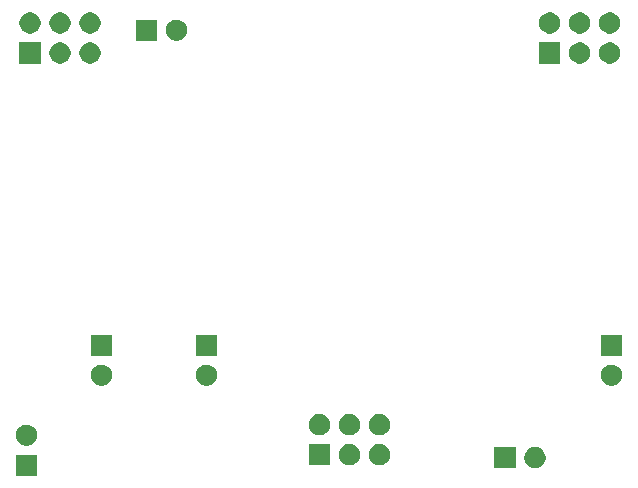
<source format=gbs>
G04 #@! TF.GenerationSoftware,KiCad,Pcbnew,5.1.5+dfsg1-2build2*
G04 #@! TF.CreationDate,2021-11-26T13:05:08+03:00*
G04 #@! TF.ProjectId,Mezonin,4d657a6f-6e69-46e2-9e6b-696361645f70,rev?*
G04 #@! TF.SameCoordinates,Original*
G04 #@! TF.FileFunction,Soldermask,Bot*
G04 #@! TF.FilePolarity,Negative*
%FSLAX46Y46*%
G04 Gerber Fmt 4.6, Leading zero omitted, Abs format (unit mm)*
G04 Created by KiCad (PCBNEW 5.1.5+dfsg1-2build2) date 2021-11-26 13:05:08*
%MOMM*%
%LPD*%
G04 APERTURE LIST*
%ADD10C,0.100000*%
G04 APERTURE END LIST*
D10*
G36*
X96362999Y-153441000D02*
G01*
X94560999Y-153441000D01*
X94560999Y-151639000D01*
X96362999Y-151639000D01*
X96362999Y-153441000D01*
G37*
G36*
X138628511Y-151008927D02*
G01*
X138777811Y-151038624D01*
X138941783Y-151106544D01*
X139089353Y-151205147D01*
X139214852Y-151330646D01*
X139313455Y-151478216D01*
X139381375Y-151642188D01*
X139415999Y-151816259D01*
X139415999Y-151993741D01*
X139381375Y-152167812D01*
X139313455Y-152331784D01*
X139214852Y-152479354D01*
X139089353Y-152604853D01*
X138941783Y-152703456D01*
X138777811Y-152771376D01*
X138628511Y-152801073D01*
X138603741Y-152806000D01*
X138426257Y-152806000D01*
X138401487Y-152801073D01*
X138252187Y-152771376D01*
X138088215Y-152703456D01*
X137940645Y-152604853D01*
X137815146Y-152479354D01*
X137716543Y-152331784D01*
X137648623Y-152167812D01*
X137613999Y-151993741D01*
X137613999Y-151816259D01*
X137648623Y-151642188D01*
X137716543Y-151478216D01*
X137815146Y-151330646D01*
X137940645Y-151205147D01*
X138088215Y-151106544D01*
X138252187Y-151038624D01*
X138401487Y-151008927D01*
X138426257Y-151004000D01*
X138603741Y-151004000D01*
X138628511Y-151008927D01*
G37*
G36*
X136875999Y-152806000D02*
G01*
X135073999Y-152806000D01*
X135073999Y-151004000D01*
X136875999Y-151004000D01*
X136875999Y-152806000D01*
G37*
G36*
X121167999Y-152551000D02*
G01*
X119365999Y-152551000D01*
X119365999Y-150749000D01*
X121167999Y-150749000D01*
X121167999Y-152551000D01*
G37*
G36*
X125460511Y-150753927D02*
G01*
X125609811Y-150783624D01*
X125773783Y-150851544D01*
X125921353Y-150950147D01*
X126046852Y-151075646D01*
X126145455Y-151223216D01*
X126213375Y-151387188D01*
X126247999Y-151561259D01*
X126247999Y-151738741D01*
X126213375Y-151912812D01*
X126145455Y-152076784D01*
X126046852Y-152224354D01*
X125921353Y-152349853D01*
X125773783Y-152448456D01*
X125609811Y-152516376D01*
X125460511Y-152546073D01*
X125435741Y-152551000D01*
X125258257Y-152551000D01*
X125233487Y-152546073D01*
X125084187Y-152516376D01*
X124920215Y-152448456D01*
X124772645Y-152349853D01*
X124647146Y-152224354D01*
X124548543Y-152076784D01*
X124480623Y-151912812D01*
X124445999Y-151738741D01*
X124445999Y-151561259D01*
X124480623Y-151387188D01*
X124548543Y-151223216D01*
X124647146Y-151075646D01*
X124772645Y-150950147D01*
X124920215Y-150851544D01*
X125084187Y-150783624D01*
X125233487Y-150753927D01*
X125258257Y-150749000D01*
X125435741Y-150749000D01*
X125460511Y-150753927D01*
G37*
G36*
X122920511Y-150753927D02*
G01*
X123069811Y-150783624D01*
X123233783Y-150851544D01*
X123381353Y-150950147D01*
X123506852Y-151075646D01*
X123605455Y-151223216D01*
X123673375Y-151387188D01*
X123707999Y-151561259D01*
X123707999Y-151738741D01*
X123673375Y-151912812D01*
X123605455Y-152076784D01*
X123506852Y-152224354D01*
X123381353Y-152349853D01*
X123233783Y-152448456D01*
X123069811Y-152516376D01*
X122920511Y-152546073D01*
X122895741Y-152551000D01*
X122718257Y-152551000D01*
X122693487Y-152546073D01*
X122544187Y-152516376D01*
X122380215Y-152448456D01*
X122232645Y-152349853D01*
X122107146Y-152224354D01*
X122008543Y-152076784D01*
X121940623Y-151912812D01*
X121905999Y-151738741D01*
X121905999Y-151561259D01*
X121940623Y-151387188D01*
X122008543Y-151223216D01*
X122107146Y-151075646D01*
X122232645Y-150950147D01*
X122380215Y-150851544D01*
X122544187Y-150783624D01*
X122693487Y-150753927D01*
X122718257Y-150749000D01*
X122895741Y-150749000D01*
X122920511Y-150753927D01*
G37*
G36*
X95575511Y-149103927D02*
G01*
X95724811Y-149133624D01*
X95888783Y-149201544D01*
X96036353Y-149300147D01*
X96161852Y-149425646D01*
X96260455Y-149573216D01*
X96328375Y-149737188D01*
X96358072Y-149886488D01*
X96362442Y-149908456D01*
X96362999Y-149911259D01*
X96362999Y-150088741D01*
X96328375Y-150262812D01*
X96260455Y-150426784D01*
X96161852Y-150574354D01*
X96036353Y-150699853D01*
X95888783Y-150798456D01*
X95724811Y-150866376D01*
X95575511Y-150896073D01*
X95550741Y-150901000D01*
X95373257Y-150901000D01*
X95348487Y-150896073D01*
X95199187Y-150866376D01*
X95035215Y-150798456D01*
X94887645Y-150699853D01*
X94762146Y-150574354D01*
X94663543Y-150426784D01*
X94595623Y-150262812D01*
X94560999Y-150088741D01*
X94560999Y-149911259D01*
X94561557Y-149908456D01*
X94565926Y-149886488D01*
X94595623Y-149737188D01*
X94663543Y-149573216D01*
X94762146Y-149425646D01*
X94887645Y-149300147D01*
X95035215Y-149201544D01*
X95199187Y-149133624D01*
X95348487Y-149103927D01*
X95373257Y-149099000D01*
X95550741Y-149099000D01*
X95575511Y-149103927D01*
G37*
G36*
X125460511Y-148213927D02*
G01*
X125609811Y-148243624D01*
X125773783Y-148311544D01*
X125921353Y-148410147D01*
X126046852Y-148535646D01*
X126145455Y-148683216D01*
X126213375Y-148847188D01*
X126243072Y-148996488D01*
X126247999Y-149021258D01*
X126247999Y-149198742D01*
X126243072Y-149223512D01*
X126213375Y-149372812D01*
X126145455Y-149536784D01*
X126046852Y-149684354D01*
X125921353Y-149809853D01*
X125773783Y-149908456D01*
X125609811Y-149976376D01*
X125460511Y-150006073D01*
X125435741Y-150011000D01*
X125258257Y-150011000D01*
X125233487Y-150006073D01*
X125084187Y-149976376D01*
X124920215Y-149908456D01*
X124772645Y-149809853D01*
X124647146Y-149684354D01*
X124548543Y-149536784D01*
X124480623Y-149372812D01*
X124450926Y-149223512D01*
X124445999Y-149198742D01*
X124445999Y-149021258D01*
X124450926Y-148996488D01*
X124480623Y-148847188D01*
X124548543Y-148683216D01*
X124647146Y-148535646D01*
X124772645Y-148410147D01*
X124920215Y-148311544D01*
X125084187Y-148243624D01*
X125233487Y-148213927D01*
X125258257Y-148209000D01*
X125435741Y-148209000D01*
X125460511Y-148213927D01*
G37*
G36*
X122920511Y-148213927D02*
G01*
X123069811Y-148243624D01*
X123233783Y-148311544D01*
X123381353Y-148410147D01*
X123506852Y-148535646D01*
X123605455Y-148683216D01*
X123673375Y-148847188D01*
X123703072Y-148996488D01*
X123707999Y-149021258D01*
X123707999Y-149198742D01*
X123703072Y-149223512D01*
X123673375Y-149372812D01*
X123605455Y-149536784D01*
X123506852Y-149684354D01*
X123381353Y-149809853D01*
X123233783Y-149908456D01*
X123069811Y-149976376D01*
X122920511Y-150006073D01*
X122895741Y-150011000D01*
X122718257Y-150011000D01*
X122693487Y-150006073D01*
X122544187Y-149976376D01*
X122380215Y-149908456D01*
X122232645Y-149809853D01*
X122107146Y-149684354D01*
X122008543Y-149536784D01*
X121940623Y-149372812D01*
X121910926Y-149223512D01*
X121905999Y-149198742D01*
X121905999Y-149021258D01*
X121910926Y-148996488D01*
X121940623Y-148847188D01*
X122008543Y-148683216D01*
X122107146Y-148535646D01*
X122232645Y-148410147D01*
X122380215Y-148311544D01*
X122544187Y-148243624D01*
X122693487Y-148213927D01*
X122718257Y-148209000D01*
X122895741Y-148209000D01*
X122920511Y-148213927D01*
G37*
G36*
X120380511Y-148213927D02*
G01*
X120529811Y-148243624D01*
X120693783Y-148311544D01*
X120841353Y-148410147D01*
X120966852Y-148535646D01*
X121065455Y-148683216D01*
X121133375Y-148847188D01*
X121163072Y-148996488D01*
X121167999Y-149021258D01*
X121167999Y-149198742D01*
X121163072Y-149223512D01*
X121133375Y-149372812D01*
X121065455Y-149536784D01*
X120966852Y-149684354D01*
X120841353Y-149809853D01*
X120693783Y-149908456D01*
X120529811Y-149976376D01*
X120380511Y-150006073D01*
X120355741Y-150011000D01*
X120178257Y-150011000D01*
X120153487Y-150006073D01*
X120004187Y-149976376D01*
X119840215Y-149908456D01*
X119692645Y-149809853D01*
X119567146Y-149684354D01*
X119468543Y-149536784D01*
X119400623Y-149372812D01*
X119370926Y-149223512D01*
X119365999Y-149198742D01*
X119365999Y-149021258D01*
X119370926Y-148996488D01*
X119400623Y-148847188D01*
X119468543Y-148683216D01*
X119567146Y-148535646D01*
X119692645Y-148410147D01*
X119840215Y-148311544D01*
X120004187Y-148243624D01*
X120153487Y-148213927D01*
X120178257Y-148209000D01*
X120355741Y-148209000D01*
X120380511Y-148213927D01*
G37*
G36*
X101925511Y-144023927D02*
G01*
X102074811Y-144053624D01*
X102238783Y-144121544D01*
X102386353Y-144220147D01*
X102511852Y-144345646D01*
X102610455Y-144493216D01*
X102678375Y-144657188D01*
X102712999Y-144831259D01*
X102712999Y-145008741D01*
X102678375Y-145182812D01*
X102610455Y-145346784D01*
X102511852Y-145494354D01*
X102386353Y-145619853D01*
X102238783Y-145718456D01*
X102074811Y-145786376D01*
X101925511Y-145816073D01*
X101900741Y-145821000D01*
X101723257Y-145821000D01*
X101698487Y-145816073D01*
X101549187Y-145786376D01*
X101385215Y-145718456D01*
X101237645Y-145619853D01*
X101112146Y-145494354D01*
X101013543Y-145346784D01*
X100945623Y-145182812D01*
X100910999Y-145008741D01*
X100910999Y-144831259D01*
X100945623Y-144657188D01*
X101013543Y-144493216D01*
X101112146Y-144345646D01*
X101237645Y-144220147D01*
X101385215Y-144121544D01*
X101549187Y-144053624D01*
X101698487Y-144023927D01*
X101723257Y-144019000D01*
X101900741Y-144019000D01*
X101925511Y-144023927D01*
G37*
G36*
X110815511Y-144023927D02*
G01*
X110964811Y-144053624D01*
X111128783Y-144121544D01*
X111276353Y-144220147D01*
X111401852Y-144345646D01*
X111500455Y-144493216D01*
X111568375Y-144657188D01*
X111602999Y-144831259D01*
X111602999Y-145008741D01*
X111568375Y-145182812D01*
X111500455Y-145346784D01*
X111401852Y-145494354D01*
X111276353Y-145619853D01*
X111128783Y-145718456D01*
X110964811Y-145786376D01*
X110815511Y-145816073D01*
X110790741Y-145821000D01*
X110613257Y-145821000D01*
X110588487Y-145816073D01*
X110439187Y-145786376D01*
X110275215Y-145718456D01*
X110127645Y-145619853D01*
X110002146Y-145494354D01*
X109903543Y-145346784D01*
X109835623Y-145182812D01*
X109800999Y-145008741D01*
X109800999Y-144831259D01*
X109835623Y-144657188D01*
X109903543Y-144493216D01*
X110002146Y-144345646D01*
X110127645Y-144220147D01*
X110275215Y-144121544D01*
X110439187Y-144053624D01*
X110588487Y-144023927D01*
X110613257Y-144019000D01*
X110790741Y-144019000D01*
X110815511Y-144023927D01*
G37*
G36*
X145105511Y-144023927D02*
G01*
X145254811Y-144053624D01*
X145418783Y-144121544D01*
X145566353Y-144220147D01*
X145691852Y-144345646D01*
X145790455Y-144493216D01*
X145858375Y-144657188D01*
X145892999Y-144831259D01*
X145892999Y-145008741D01*
X145858375Y-145182812D01*
X145790455Y-145346784D01*
X145691852Y-145494354D01*
X145566353Y-145619853D01*
X145418783Y-145718456D01*
X145254811Y-145786376D01*
X145105511Y-145816073D01*
X145080741Y-145821000D01*
X144903257Y-145821000D01*
X144878487Y-145816073D01*
X144729187Y-145786376D01*
X144565215Y-145718456D01*
X144417645Y-145619853D01*
X144292146Y-145494354D01*
X144193543Y-145346784D01*
X144125623Y-145182812D01*
X144090999Y-145008741D01*
X144090999Y-144831259D01*
X144125623Y-144657188D01*
X144193543Y-144493216D01*
X144292146Y-144345646D01*
X144417645Y-144220147D01*
X144565215Y-144121544D01*
X144729187Y-144053624D01*
X144878487Y-144023927D01*
X144903257Y-144019000D01*
X145080741Y-144019000D01*
X145105511Y-144023927D01*
G37*
G36*
X145892999Y-143281000D02*
G01*
X144090999Y-143281000D01*
X144090999Y-141479000D01*
X145892999Y-141479000D01*
X145892999Y-143281000D01*
G37*
G36*
X111602999Y-143281000D02*
G01*
X109800999Y-143281000D01*
X109800999Y-141479000D01*
X111602999Y-141479000D01*
X111602999Y-143281000D01*
G37*
G36*
X102712999Y-143281000D02*
G01*
X100910999Y-143281000D01*
X100910999Y-141479000D01*
X102712999Y-141479000D01*
X102712999Y-143281000D01*
G37*
G36*
X142420511Y-116753927D02*
G01*
X142569811Y-116783624D01*
X142733783Y-116851544D01*
X142881353Y-116950147D01*
X143006852Y-117075646D01*
X143105455Y-117223216D01*
X143173375Y-117387188D01*
X143207999Y-117561259D01*
X143207999Y-117738741D01*
X143173375Y-117912812D01*
X143105455Y-118076784D01*
X143006852Y-118224354D01*
X142881353Y-118349853D01*
X142733783Y-118448456D01*
X142569811Y-118516376D01*
X142420511Y-118546073D01*
X142395741Y-118551000D01*
X142218257Y-118551000D01*
X142193487Y-118546073D01*
X142044187Y-118516376D01*
X141880215Y-118448456D01*
X141732645Y-118349853D01*
X141607146Y-118224354D01*
X141508543Y-118076784D01*
X141440623Y-117912812D01*
X141405999Y-117738741D01*
X141405999Y-117561259D01*
X141440623Y-117387188D01*
X141508543Y-117223216D01*
X141607146Y-117075646D01*
X141732645Y-116950147D01*
X141880215Y-116851544D01*
X142044187Y-116783624D01*
X142193487Y-116753927D01*
X142218257Y-116749000D01*
X142395741Y-116749000D01*
X142420511Y-116753927D01*
G37*
G36*
X96667999Y-118551000D02*
G01*
X94865999Y-118551000D01*
X94865999Y-116749000D01*
X96667999Y-116749000D01*
X96667999Y-118551000D01*
G37*
G36*
X144960511Y-116753927D02*
G01*
X145109811Y-116783624D01*
X145273783Y-116851544D01*
X145421353Y-116950147D01*
X145546852Y-117075646D01*
X145645455Y-117223216D01*
X145713375Y-117387188D01*
X145747999Y-117561259D01*
X145747999Y-117738741D01*
X145713375Y-117912812D01*
X145645455Y-118076784D01*
X145546852Y-118224354D01*
X145421353Y-118349853D01*
X145273783Y-118448456D01*
X145109811Y-118516376D01*
X144960511Y-118546073D01*
X144935741Y-118551000D01*
X144758257Y-118551000D01*
X144733487Y-118546073D01*
X144584187Y-118516376D01*
X144420215Y-118448456D01*
X144272645Y-118349853D01*
X144147146Y-118224354D01*
X144048543Y-118076784D01*
X143980623Y-117912812D01*
X143945999Y-117738741D01*
X143945999Y-117561259D01*
X143980623Y-117387188D01*
X144048543Y-117223216D01*
X144147146Y-117075646D01*
X144272645Y-116950147D01*
X144420215Y-116851544D01*
X144584187Y-116783624D01*
X144733487Y-116753927D01*
X144758257Y-116749000D01*
X144935741Y-116749000D01*
X144960511Y-116753927D01*
G37*
G36*
X98420511Y-116753927D02*
G01*
X98569811Y-116783624D01*
X98733783Y-116851544D01*
X98881353Y-116950147D01*
X99006852Y-117075646D01*
X99105455Y-117223216D01*
X99173375Y-117387188D01*
X99207999Y-117561259D01*
X99207999Y-117738741D01*
X99173375Y-117912812D01*
X99105455Y-118076784D01*
X99006852Y-118224354D01*
X98881353Y-118349853D01*
X98733783Y-118448456D01*
X98569811Y-118516376D01*
X98420511Y-118546073D01*
X98395741Y-118551000D01*
X98218257Y-118551000D01*
X98193487Y-118546073D01*
X98044187Y-118516376D01*
X97880215Y-118448456D01*
X97732645Y-118349853D01*
X97607146Y-118224354D01*
X97508543Y-118076784D01*
X97440623Y-117912812D01*
X97405999Y-117738741D01*
X97405999Y-117561259D01*
X97440623Y-117387188D01*
X97508543Y-117223216D01*
X97607146Y-117075646D01*
X97732645Y-116950147D01*
X97880215Y-116851544D01*
X98044187Y-116783624D01*
X98193487Y-116753927D01*
X98218257Y-116749000D01*
X98395741Y-116749000D01*
X98420511Y-116753927D01*
G37*
G36*
X100960511Y-116753927D02*
G01*
X101109811Y-116783624D01*
X101273783Y-116851544D01*
X101421353Y-116950147D01*
X101546852Y-117075646D01*
X101645455Y-117223216D01*
X101713375Y-117387188D01*
X101747999Y-117561259D01*
X101747999Y-117738741D01*
X101713375Y-117912812D01*
X101645455Y-118076784D01*
X101546852Y-118224354D01*
X101421353Y-118349853D01*
X101273783Y-118448456D01*
X101109811Y-118516376D01*
X100960511Y-118546073D01*
X100935741Y-118551000D01*
X100758257Y-118551000D01*
X100733487Y-118546073D01*
X100584187Y-118516376D01*
X100420215Y-118448456D01*
X100272645Y-118349853D01*
X100147146Y-118224354D01*
X100048543Y-118076784D01*
X99980623Y-117912812D01*
X99945999Y-117738741D01*
X99945999Y-117561259D01*
X99980623Y-117387188D01*
X100048543Y-117223216D01*
X100147146Y-117075646D01*
X100272645Y-116950147D01*
X100420215Y-116851544D01*
X100584187Y-116783624D01*
X100733487Y-116753927D01*
X100758257Y-116749000D01*
X100935741Y-116749000D01*
X100960511Y-116753927D01*
G37*
G36*
X140667999Y-118551000D02*
G01*
X138865999Y-118551000D01*
X138865999Y-116749000D01*
X140667999Y-116749000D01*
X140667999Y-118551000D01*
G37*
G36*
X108275511Y-114813927D02*
G01*
X108424811Y-114843624D01*
X108588783Y-114911544D01*
X108736353Y-115010147D01*
X108861852Y-115135646D01*
X108960455Y-115283216D01*
X109028375Y-115447188D01*
X109062999Y-115621259D01*
X109062999Y-115798741D01*
X109028375Y-115972812D01*
X108960455Y-116136784D01*
X108861852Y-116284354D01*
X108736353Y-116409853D01*
X108588783Y-116508456D01*
X108424811Y-116576376D01*
X108275511Y-116606073D01*
X108250741Y-116611000D01*
X108073257Y-116611000D01*
X108048487Y-116606073D01*
X107899187Y-116576376D01*
X107735215Y-116508456D01*
X107587645Y-116409853D01*
X107462146Y-116284354D01*
X107363543Y-116136784D01*
X107295623Y-115972812D01*
X107260999Y-115798741D01*
X107260999Y-115621259D01*
X107295623Y-115447188D01*
X107363543Y-115283216D01*
X107462146Y-115135646D01*
X107587645Y-115010147D01*
X107735215Y-114911544D01*
X107899187Y-114843624D01*
X108048487Y-114813927D01*
X108073257Y-114809000D01*
X108250741Y-114809000D01*
X108275511Y-114813927D01*
G37*
G36*
X106522999Y-116611000D02*
G01*
X104720999Y-116611000D01*
X104720999Y-114809000D01*
X106522999Y-114809000D01*
X106522999Y-116611000D01*
G37*
G36*
X100960511Y-114213927D02*
G01*
X101109811Y-114243624D01*
X101273783Y-114311544D01*
X101421353Y-114410147D01*
X101546852Y-114535646D01*
X101645455Y-114683216D01*
X101713375Y-114847188D01*
X101747999Y-115021259D01*
X101747999Y-115198741D01*
X101713375Y-115372812D01*
X101645455Y-115536784D01*
X101546852Y-115684354D01*
X101421353Y-115809853D01*
X101273783Y-115908456D01*
X101109811Y-115976376D01*
X100960511Y-116006073D01*
X100935741Y-116011000D01*
X100758257Y-116011000D01*
X100733487Y-116006073D01*
X100584187Y-115976376D01*
X100420215Y-115908456D01*
X100272645Y-115809853D01*
X100147146Y-115684354D01*
X100048543Y-115536784D01*
X99980623Y-115372812D01*
X99945999Y-115198741D01*
X99945999Y-115021259D01*
X99980623Y-114847188D01*
X100048543Y-114683216D01*
X100147146Y-114535646D01*
X100272645Y-114410147D01*
X100420215Y-114311544D01*
X100584187Y-114243624D01*
X100733487Y-114213927D01*
X100758257Y-114209000D01*
X100935741Y-114209000D01*
X100960511Y-114213927D01*
G37*
G36*
X144960511Y-114213927D02*
G01*
X145109811Y-114243624D01*
X145273783Y-114311544D01*
X145421353Y-114410147D01*
X145546852Y-114535646D01*
X145645455Y-114683216D01*
X145713375Y-114847188D01*
X145747999Y-115021259D01*
X145747999Y-115198741D01*
X145713375Y-115372812D01*
X145645455Y-115536784D01*
X145546852Y-115684354D01*
X145421353Y-115809853D01*
X145273783Y-115908456D01*
X145109811Y-115976376D01*
X144960511Y-116006073D01*
X144935741Y-116011000D01*
X144758257Y-116011000D01*
X144733487Y-116006073D01*
X144584187Y-115976376D01*
X144420215Y-115908456D01*
X144272645Y-115809853D01*
X144147146Y-115684354D01*
X144048543Y-115536784D01*
X143980623Y-115372812D01*
X143945999Y-115198741D01*
X143945999Y-115021259D01*
X143980623Y-114847188D01*
X144048543Y-114683216D01*
X144147146Y-114535646D01*
X144272645Y-114410147D01*
X144420215Y-114311544D01*
X144584187Y-114243624D01*
X144733487Y-114213927D01*
X144758257Y-114209000D01*
X144935741Y-114209000D01*
X144960511Y-114213927D01*
G37*
G36*
X142420511Y-114213927D02*
G01*
X142569811Y-114243624D01*
X142733783Y-114311544D01*
X142881353Y-114410147D01*
X143006852Y-114535646D01*
X143105455Y-114683216D01*
X143173375Y-114847188D01*
X143207999Y-115021259D01*
X143207999Y-115198741D01*
X143173375Y-115372812D01*
X143105455Y-115536784D01*
X143006852Y-115684354D01*
X142881353Y-115809853D01*
X142733783Y-115908456D01*
X142569811Y-115976376D01*
X142420511Y-116006073D01*
X142395741Y-116011000D01*
X142218257Y-116011000D01*
X142193487Y-116006073D01*
X142044187Y-115976376D01*
X141880215Y-115908456D01*
X141732645Y-115809853D01*
X141607146Y-115684354D01*
X141508543Y-115536784D01*
X141440623Y-115372812D01*
X141405999Y-115198741D01*
X141405999Y-115021259D01*
X141440623Y-114847188D01*
X141508543Y-114683216D01*
X141607146Y-114535646D01*
X141732645Y-114410147D01*
X141880215Y-114311544D01*
X142044187Y-114243624D01*
X142193487Y-114213927D01*
X142218257Y-114209000D01*
X142395741Y-114209000D01*
X142420511Y-114213927D01*
G37*
G36*
X139880511Y-114213927D02*
G01*
X140029811Y-114243624D01*
X140193783Y-114311544D01*
X140341353Y-114410147D01*
X140466852Y-114535646D01*
X140565455Y-114683216D01*
X140633375Y-114847188D01*
X140667999Y-115021259D01*
X140667999Y-115198741D01*
X140633375Y-115372812D01*
X140565455Y-115536784D01*
X140466852Y-115684354D01*
X140341353Y-115809853D01*
X140193783Y-115908456D01*
X140029811Y-115976376D01*
X139880511Y-116006073D01*
X139855741Y-116011000D01*
X139678257Y-116011000D01*
X139653487Y-116006073D01*
X139504187Y-115976376D01*
X139340215Y-115908456D01*
X139192645Y-115809853D01*
X139067146Y-115684354D01*
X138968543Y-115536784D01*
X138900623Y-115372812D01*
X138865999Y-115198741D01*
X138865999Y-115021259D01*
X138900623Y-114847188D01*
X138968543Y-114683216D01*
X139067146Y-114535646D01*
X139192645Y-114410147D01*
X139340215Y-114311544D01*
X139504187Y-114243624D01*
X139653487Y-114213927D01*
X139678257Y-114209000D01*
X139855741Y-114209000D01*
X139880511Y-114213927D01*
G37*
G36*
X98420511Y-114213927D02*
G01*
X98569811Y-114243624D01*
X98733783Y-114311544D01*
X98881353Y-114410147D01*
X99006852Y-114535646D01*
X99105455Y-114683216D01*
X99173375Y-114847188D01*
X99207999Y-115021259D01*
X99207999Y-115198741D01*
X99173375Y-115372812D01*
X99105455Y-115536784D01*
X99006852Y-115684354D01*
X98881353Y-115809853D01*
X98733783Y-115908456D01*
X98569811Y-115976376D01*
X98420511Y-116006073D01*
X98395741Y-116011000D01*
X98218257Y-116011000D01*
X98193487Y-116006073D01*
X98044187Y-115976376D01*
X97880215Y-115908456D01*
X97732645Y-115809853D01*
X97607146Y-115684354D01*
X97508543Y-115536784D01*
X97440623Y-115372812D01*
X97405999Y-115198741D01*
X97405999Y-115021259D01*
X97440623Y-114847188D01*
X97508543Y-114683216D01*
X97607146Y-114535646D01*
X97732645Y-114410147D01*
X97880215Y-114311544D01*
X98044187Y-114243624D01*
X98193487Y-114213927D01*
X98218257Y-114209000D01*
X98395741Y-114209000D01*
X98420511Y-114213927D01*
G37*
G36*
X95880511Y-114213927D02*
G01*
X96029811Y-114243624D01*
X96193783Y-114311544D01*
X96341353Y-114410147D01*
X96466852Y-114535646D01*
X96565455Y-114683216D01*
X96633375Y-114847188D01*
X96667999Y-115021259D01*
X96667999Y-115198741D01*
X96633375Y-115372812D01*
X96565455Y-115536784D01*
X96466852Y-115684354D01*
X96341353Y-115809853D01*
X96193783Y-115908456D01*
X96029811Y-115976376D01*
X95880511Y-116006073D01*
X95855741Y-116011000D01*
X95678257Y-116011000D01*
X95653487Y-116006073D01*
X95504187Y-115976376D01*
X95340215Y-115908456D01*
X95192645Y-115809853D01*
X95067146Y-115684354D01*
X94968543Y-115536784D01*
X94900623Y-115372812D01*
X94865999Y-115198741D01*
X94865999Y-115021259D01*
X94900623Y-114847188D01*
X94968543Y-114683216D01*
X95067146Y-114535646D01*
X95192645Y-114410147D01*
X95340215Y-114311544D01*
X95504187Y-114243624D01*
X95653487Y-114213927D01*
X95678257Y-114209000D01*
X95855741Y-114209000D01*
X95880511Y-114213927D01*
G37*
M02*

</source>
